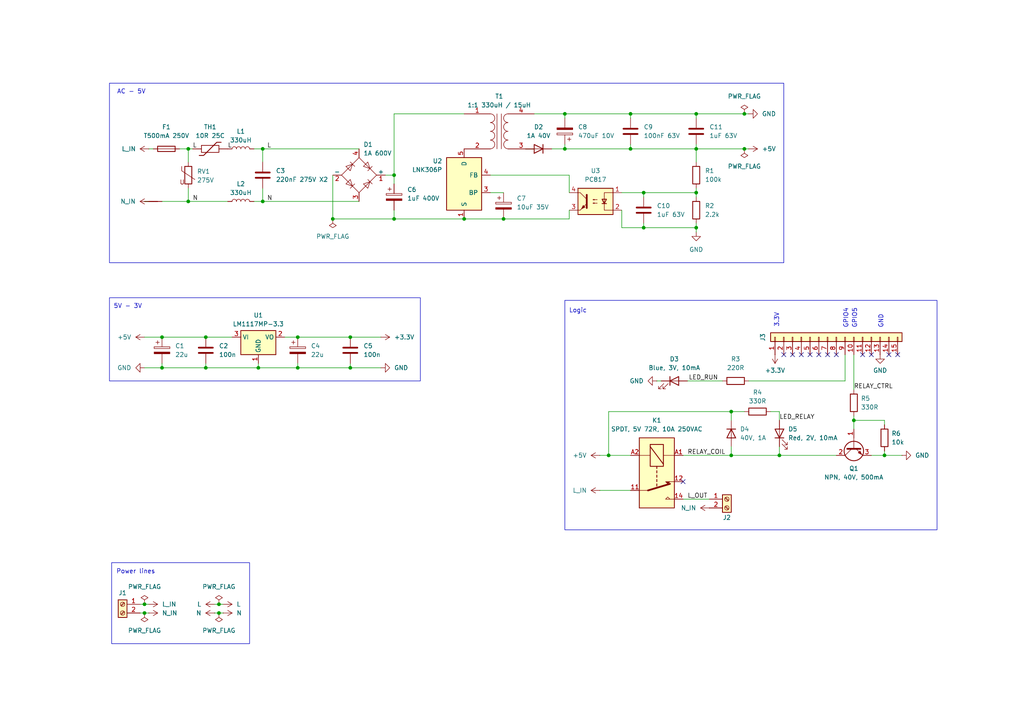
<source format=kicad_sch>
(kicad_sch (version 20250114) (generator "eeschema") (generator_version "9.0")
  (paper "A4")
  (title_block (title "ESP32-H2 smart switch") (date "2025-03-27") (rev "1") (company "SIVAKOV.TECH") (comment 1 "Nikita Sivakov"))
  (lib_symbols
    (symbol "Conn_01x15_1" (pin_names (offset 1.016) (hide yes))
      (property "Reference" "J" (at 0 20.32 0))
      (property "Value" "Conn_01x15" (at 0 -20.32 0))
      (symbol "Conn_01x15_1_1_1"
        (rectangle (start -1.27 19.05) (end 1.27 -19.05) (stroke (width 0.254)) (fill (type background)))
        (rectangle (start -1.27 17.907) (end 0 17.653) (stroke (width 0.1524)))
        (rectangle (start -1.27 15.367) (end 0 15.113) (stroke (width 0.1524)))
        (rectangle (start -1.27 12.827) (end 0 12.573) (stroke (width 0.1524)))
        (rectangle (start -1.27 10.287) (end 0 10.033) (stroke (width 0.1524)))
        (rectangle (start -1.27 7.747) (end 0 7.493) (stroke (width 0.1524)))
        (rectangle (start -1.27 5.207) (end 0 4.953) (stroke (width 0.1524)))
        (rectangle (start -1.27 2.667) (end 0 2.413) (stroke (width 0.1524)))
        (rectangle (start -1.27 0.127) (end 0 -0.127) (stroke (width 0.1524)))
        (rectangle (start -1.27 -2.413) (end 0 -2.667) (stroke (width 0.1524)))
        (rectangle (start -1.27 -4.953) (end 0 -5.207) (stroke (width 0.1524)))
        (rectangle (start -1.27 -7.493) (end 0 -7.747) (stroke (width 0.1524)))
        (rectangle (start -1.27 -10.033) (end 0 -10.287) (stroke (width 0.1524)))
        (rectangle (start -1.27 -12.573) (end 0 -12.827) (stroke (width 0.1524)))
        (rectangle (start -1.27 -15.113) (end 0 -15.367) (stroke (width 0.1524)))
        (rectangle (start -1.27 -17.653) (end 0 -17.907) (stroke (width 0.1524)))
        (pin passive line (at -5.08 17.78 0) (length 3.81) (name "Pin_1") (number "1"))
        (pin passive line (at -5.08 15.24 0) (length 3.81) (name "Pin_2") (number "2"))
        (pin passive line (at -5.08 12.7 0) (length 3.81) (name "Pin_3") (number "3"))
        (pin passive line (at -5.08 10.16 0) (length 3.81) (name "Pin_4") (number "4"))
        (pin passive line (at -5.08 7.62 0) (length 3.81) (name "Pin_5") (number "5"))
        (pin passive line (at -5.08 5.08 0) (length 3.81) (name "Pin_6") (number "6"))
        (pin passive line (at -5.08 2.54 0) (length 3.81) (name "Pin_7") (number "7"))
        (pin passive line (at -5.08 0 0) (length 3.81) (name "Pin_8") (number "8"))
        (pin passive line (at -5.08 -2.54 0) (length 3.81) (name "Pin_9") (number "9"))
        (pin passive line (at -5.08 -5.08 0) (length 3.81) (name "Pin_10") (number "10"))
        (pin passive line (at -5.08 -7.62 0) (length 3.81) (name "Pin_11") (number "11"))
        (pin passive line (at -5.08 -10.16 0) (length 3.81) (name "Pin_12") (number "12"))
        (pin passive line (at -5.08 -12.7 0) (length 3.81) (name "Pin_13") (number "13"))
        (pin passive line (at -5.08 -15.24 0) (length 3.81) (name "Pin_14") (number "14"))
        (pin passive line (at -5.08 -17.78 0) (length 3.81) (name "Pin_15") (number "15"))
      )
    )
    (symbol "Device:C" (pin_numbers (hide yes)) (pin_names (offset 0.254))
      (property "Reference" "C" (at 0.635 2.54 0))
      (property "Value" "C" (at 0.635 -2.54 0))
      (symbol "C_0_1"
        (polyline (pts (xy -2.032 0.762) (xy 2.032 0.762)) (stroke (width 0.508)))
        (polyline (pts (xy -2.032 -0.762) (xy 2.032 -0.762)) (stroke (width 0.508)))
      )
      (symbol "C_1_1"
        (pin passive line (at 0 3.81 270) (length 2.794) (name "~") (number "1"))
        (pin passive line (at 0 -3.81 90) (length 2.794) (name "~") (number "2"))
      )
    )
    (symbol "Device:C_Polarized" (pin_numbers (hide yes)) (pin_names (offset 0.254))
      (property "Reference" "C" (at 0.635 2.54 0))
      (property "Value" "C_Polarized" (at 0.635 -2.54 0))
      (symbol "C_Polarized_0_1"
        (rectangle (start -2.286 0.508) (end 2.286 1.016))
        (polyline (pts (xy -1.778 2.286) (xy -0.762 2.286)))
        (polyline (pts (xy -1.27 2.794) (xy -1.27 1.778)))
        (rectangle (start 2.286 -0.508) (end -2.286 -1.016) (fill (type outline)))
      )
      (symbol "C_Polarized_1_1"
        (pin passive line (at 0 3.81 270) (length 2.794) (name "~") (number "1"))
        (pin passive line (at 0 -3.81 90) (length 2.794) (name "~") (number "2"))
      )
    )
    (symbol "Device:D" (pin_numbers (hide yes)) (pin_names (offset 1.016) (hide yes))
      (property "Reference" "D" (at 0 2.54 0))
      (property "Value" "D" (at 0 -2.54 0))
      (symbol "D_0_1"
        (polyline (pts (xy -1.27 1.27) (xy -1.27 -1.27)) (stroke (width 0.254)))
        (polyline (pts (xy 1.27 1.27) (xy 1.27 -1.27) (xy -1.27 0) (xy 1.27 1.27)) (stroke (width 0.254)))
        (polyline (pts (xy 1.27 0) (xy -1.27 0)))
      )
      (symbol "D_1_1"
        (pin passive line (at -3.81 0 0) (length 2.54) (name "K") (number "1"))
        (pin passive line (at 3.81 0 180) (length 2.54) (name "A") (number "2"))
      )
    )
    (symbol "Device:Fuse" (pin_numbers (hide yes)) (pin_names (offset 0))
      (property "Reference" "F" (at 2.032 0 90))
      (property "Value" "Fuse" (at -1.905 0 90))
      (symbol "Fuse_0_1"
        (rectangle (start -0.762 -2.54) (end 0.762 2.54) (stroke (width 0.254)))
        (polyline (pts (xy 0 2.54) (xy 0 -2.54)))
      )
      (symbol "Fuse_1_1"
        (pin passive line (at 0 3.81 270) (length 1.27) (name "~") (number "1"))
        (pin passive line (at 0 -3.81 90) (length 1.27) (name "~") (number "2"))
      )
    )
    (symbol "Device:L" (pin_numbers (hide yes)) (pin_names (offset 1.016) (hide yes))
      (property "Reference" "L" (at -1.27 0 90))
      (property "Value" "L" (at 1.905 0 90))
      (symbol "L_0_1"
        (arc (start 0 2.54) (mid 0.6323 1.905) (end 0 1.27))
        (arc (start 0 1.27) (mid 0.6323 0.635) (end 0 0))
        (arc (start 0 0) (mid 0.6323 -0.635) (end 0 -1.27))
        (arc (start 0 -1.27) (mid 0.6323 -1.905) (end 0 -2.54))
      )
      (symbol "L_1_1"
        (pin passive line (at 0 3.81 270) (length 1.27) (name "1") (number "1"))
        (pin passive line (at 0 -3.81 90) (length 1.27) (name "2") (number "2"))
      )
    )
    (symbol "Device:LED" (pin_numbers (hide yes)) (pin_names (offset 1.016) (hide yes))
      (property "Reference" "D" (at 0 2.54 0))
      (property "Value" "LED" (at 0 -2.54 0))
      (symbol "LED_0_1"
        (polyline (pts (xy -3.048 -0.762) (xy -4.572 -2.286) (xy -3.81 -2.286) (xy -4.572 -2.286) (xy -4.572 -1.524)))
        (polyline (pts (xy -1.778 -0.762) (xy -3.302 -2.286) (xy -2.54 -2.286) (xy -3.302 -2.286) (xy -3.302 -1.524)))
        (polyline (pts (xy -1.27 0) (xy 1.27 0)))
        (polyline (pts (xy -1.27 -1.27) (xy -1.27 1.27)) (stroke (width 0.254)))
        (polyline (pts (xy 1.27 -1.27) (xy 1.27 1.27) (xy -1.27 0) (xy 1.27 -1.27)) (stroke (width 0.254)))
      )
      (symbol "LED_1_1"
        (pin passive line (at -3.81 0 0) (length 2.54) (name "K") (number "1"))
        (pin passive line (at 3.81 0 180) (length 2.54) (name "A") (number "2"))
      )
    )
    (symbol "Device:NetTie_2" (pin_numbers (hide yes)) (pin_names (offset 0) (hide yes)) (in_bom no)
      (property "Reference" "NT" (at 0 1.27 0))
      (property "Value" "NetTie_2" (at 0 -1.27 0))
      (symbol "NetTie_2_0_1"
        (polyline (pts (xy -1.27 0) (xy 1.27 0)) (stroke (width 0.254)))
      )
      (symbol "NetTie_2_1_1"
        (pin passive line (at -2.54 0 0) (length 2.54) (name "1") (number "1"))
        (pin passive line (at 2.54 0 180) (length 2.54) (name "2") (number "2"))
      )
    )
    (symbol "Device:R" (pin_numbers (hide yes)) (pin_names (offset 0))
      (property "Reference" "R" (at 2.032 0 90))
      (property "Value" "R" (at 0 0 90))
      (symbol "R_0_1"
        (rectangle (start -1.016 -2.54) (end 1.016 2.54) (stroke (width 0.254)))
      )
      (symbol "R_1_1"
        (pin passive line (at 0 3.81 270) (length 1.27) (name "~") (number "1"))
        (pin passive line (at 0 -3.81 90) (length 1.27) (name "~") (number "2"))
      )
    )
    (symbol "Device:Thermistor" (pin_numbers (hide yes)) (pin_names (offset 0))
      (property "Reference" "TH" (at 2.54 1.27 90))
      (property "Value" "Thermistor" (at -2.54 0 90))
      (symbol "Thermistor_0_1"
        (polyline (pts (xy -1.905 3.175) (xy -1.905 1.905) (xy 1.905 -1.905) (xy 1.905 -3.175) (xy 1.905 -3.175)) (stroke (width 0.254)))
        (rectangle (start -1.016 2.54) (end 1.016 -2.54) (stroke (width 0.2032)))
      )
      (symbol "Thermistor_1_1"
        (pin passive line (at 0 5.08 270) (length 2.54) (name "~") (number "1"))
        (pin passive line (at 0 -5.08 90) (length 2.54) (name "~") (number "2"))
      )
    )
    (symbol "Device:Transformer_1P_1S" (pin_names (offset 1.016) (hide yes))
      (property "Reference" "T" (at 0 6.35 0))
      (property "Value" "Transformer_1P_1S" (at 0 -7.62 0))
      (symbol "Transformer_1P_1S_0_1"
        (arc (start -1.27 3.81) (mid -1.656 2.9336) (end -2.54 2.5654))
        (arc (start -1.27 1.27) (mid -1.656 0.3936) (end -2.54 0.0254))
        (arc (start -1.27 -1.27) (mid -1.656 -2.1464) (end -2.54 -2.5146))
        (arc (start -1.27 -3.81) (mid -1.656 -4.6864) (end -2.54 -5.0546))
        (arc (start -2.54 5.08) (mid -1.642 4.708) (end -1.27 3.81))
        (arc (start -2.54 2.54) (mid -1.642 2.168) (end -1.27 1.27))
        (arc (start -2.54 0) (mid -1.642 -0.372) (end -1.27 -1.27))
        (arc (start -2.54 -2.54) (mid -1.642 -2.912) (end -1.27 -3.81))
        (polyline (pts (xy -0.635 5.08) (xy -0.635 -5.08)))
        (polyline (pts (xy 0.635 -5.08) (xy 0.635 5.08)))
        (arc (start 1.2954 3.81) (mid 1.6457 4.7117) (end 2.54 5.08))
        (arc (start 1.2954 1.27) (mid 1.6457 2.1717) (end 2.54 2.54))
        (arc (start 1.2954 -1.27) (mid 1.6457 -0.3683) (end 2.54 0))
        (arc (start 2.54 2.5654) (mid 1.6599 2.9299) (end 1.2954 3.81))
        (arc (start 2.54 0.0254) (mid 1.6599 0.3899) (end 1.2954 1.27))
        (arc (start 2.54 -2.5146) (mid 1.6599 -2.1501) (end 1.2954 -1.27))
        (arc (start 1.3208 -3.81) (mid 1.6711 -2.9085) (end 2.5654 -2.54))
        (arc (start 2.5654 -5.0546) (mid 1.6851 -4.6902) (end 1.3208 -3.81))
      )
      (symbol "Transformer_1P_1S_1_1"
        (pin passive line (at -10.16 5.08 0) (length 7.62) (name "AA") (number "1"))
        (pin passive line (at -10.16 -5.08 0) (length 7.62) (name "AB") (number "2"))
        (pin passive line (at 10.16 5.08 180) (length 7.62) (name "SB") (number "4"))
        (pin passive line (at 10.16 -5.08 180) (length 7.62) (name "SA") (number "3"))
      )
    )
    (symbol "Diode_Bridge:DF08M" (pin_names (offset 0))
      (property "Reference" "D" (at 2.54 6.985 0))
      (property "Value" "DF08M" (at 2.54 5.08 0))
      (symbol "DF08M_0_1"
        (polyline (pts (xy -5.08 0) (xy 0 -5.08) (xy 5.08 0) (xy 0 5.08) (xy -5.08 0)))
        (polyline (pts (xy -3.81 2.54) (xy -2.54 1.27) (xy -1.905 3.175) (xy -3.81 2.54)))
        (polyline (pts (xy -2.54 3.81) (xy -1.27 2.54)))
        (polyline (pts (xy -2.54 -1.27) (xy -3.81 -2.54) (xy -1.905 -3.175) (xy -2.54 -1.27)))
        (polyline (pts (xy -1.27 -2.54) (xy -2.54 -3.81)))
        (polyline (pts (xy 1.27 2.54) (xy 2.54 3.81) (xy 3.175 1.905) (xy 1.27 2.54)))
        (polyline (pts (xy 2.54 1.27) (xy 3.81 2.54)))
        (polyline (pts (xy 2.54 -1.27) (xy 3.81 -2.54)))
        (polyline (pts (xy 3.175 -1.905) (xy 1.27 -2.54) (xy 2.54 -3.81) (xy 3.175 -1.905)))
      )
      (symbol "DF08M_1_1"
        (pin passive line (at -7.62 0 0) (length 2.54) (name "-") (number "2"))
        (pin passive line (at 0 7.62 270) (length 2.54) (name "~") (number "4"))
        (pin passive line (at 0 -7.62 90) (length 2.54) (name "~") (number "3"))
        (pin passive line (at 7.62 0 180) (length 2.54) (name "+") (number "1"))
      )
    )
    (symbol "Isolator:PC817" (pin_names (offset 1.016))
      (property "Reference" "U" (at -5.08 5.08 0))
      (property "Value" "PC817" (at 0 5.08 0))
      (symbol "PC817_0_1"
        (rectangle (start -5.08 3.81) (end 5.08 -3.81) (stroke (width 0.254)) (fill (type background)))
        (polyline (pts (xy -5.08 2.54) (xy -2.54 2.54) (xy -2.54 -0.635)))
        (polyline (pts (xy -3.175 -0.635) (xy -1.905 -0.635)) (stroke (width 0.254)))
        (polyline (pts (xy -2.54 -0.635) (xy -2.54 -2.54) (xy -5.08 -2.54)))
        (polyline (pts (xy -2.54 -0.635) (xy -3.175 0.635) (xy -1.905 0.635) (xy -2.54 -0.635)) (stroke (width 0.254)))
        (polyline (pts (xy -0.508 0.508) (xy 0.762 0.508) (xy 0.381 0.381) (xy 0.381 0.635) (xy 0.762 0.508)))
        (polyline (pts (xy -0.508 -0.508) (xy 0.762 -0.508) (xy 0.381 -0.635) (xy 0.381 -0.381) (xy 0.762 -0.508)))
        (polyline (pts (xy 2.54 1.905) (xy 2.54 -1.905) (xy 2.54 -1.905)) (stroke (width 0.508)))
        (polyline (pts (xy 2.54 0.635) (xy 4.445 2.54)))
        (polyline (pts (xy 3.048 -1.651) (xy 3.556 -1.143) (xy 4.064 -2.159) (xy 3.048 -1.651) (xy 3.048 -1.651)) (fill (type outline)))
        (polyline (pts (xy 4.445 2.54) (xy 5.08 2.54)))
        (polyline (pts (xy 4.445 -2.54) (xy 2.54 -0.635)) (fill (type outline)))
        (polyline (pts (xy 4.445 -2.54) (xy 5.08 -2.54)))
      )
      (symbol "PC817_1_1"
        (pin passive line (at -7.62 2.54 0) (length 2.54) (name "~") (number "1"))
        (pin passive line (at -7.62 -2.54 0) (length 2.54) (name "~") (number "2"))
        (pin passive line (at 7.62 2.54 180) (length 2.54) (name "~") (number "4"))
        (pin passive line (at 7.62 -2.54 180) (length 2.54) (name "~") (number "3"))
      )
    )
    (symbol "R_1" (pin_numbers (hide yes)) (pin_names (offset 0))
      (property "Reference" "R" (at 2.032 0 90))
      (property "Value" "R" (at 0 0 90))
      (symbol "R_1_0_1"
        (rectangle (start -1.016 -2.54) (end 1.016 2.54) (stroke (width 0.254)))
      )
      (symbol "R_1_1_1"
        (pin passive line (at 0 3.81 270) (length 1.27) (name "~") (number "1"))
        (pin passive line (at 0 -3.81 90) (length 1.27) (name "~") (number "2"))
      )
    )
    (symbol "Regulator_Linear:LM1117MP-3.3"
      (property "Reference" "U" (at -3.81 3.175 0))
      (property "Value" "LM1117MP-3.3" (at 0 3.175 0))
      (symbol "LM1117MP-3.3_0_1"
        (rectangle (start -5.08 -5.08) (end 5.08 1.905) (stroke (width 0.254)) (fill (type background)))
      )
      (symbol "LM1117MP-3.3_1_1"
        (pin power_in line (at -7.62 0 0) (length 2.54) (name "VI") (number "3"))
        (pin power_in line (at 0 -7.62 90) (length 2.54) (name "GND") (number "1"))
        (pin power_out line (at 7.62 0 180) (length 2.54) (name "VO") (number "2"))
      )
    )
    (symbol "Regulator_Switching:LNK306P" (pin_names (offset 1.016))
      (property "Reference" "U" (at 0 -6.35 0))
      (property "Value" "LNK306P" (at 0 -8.89 0))
      (symbol "LNK306P_0_1"
        (rectangle (start -7.62 5.08) (end 7.62 -5.08) (stroke (width 0.254)) (fill (type background)))
      )
      (symbol "LNK306P_1_1"
        (pin open_collector line (at -10.16 0 0) (length 2.54) (name "D") (number "5"))
        (pin input line (at -2.54 7.62 270) (length 2.54) (name "FB") (number "4"))
        (pin input line (at 2.54 7.62 270) (length 2.54) (name "BP") (number "3"))
        (pin power_in line (at 10.16 0 180) (length 2.54) (name "S") (number "1"))
        (pin passive line (at 10.16 0 180) (length 2.54) (hide yes) (name "S") (number "2"))
        (pin passive line (at 10.16 0 180) (length 2.54) (hide yes) (name "S") (number "7"))
        (pin passive line (at 10.16 0 180) (length 2.54) (hide yes) (name "S") (number "8"))
      )
    )
    (symbol "Relay:Relay_SPDT"
      (property "Reference" "K" (at 11.43 3.81 0))
      (property "Value" "Relay_SPDT" (at 11.43 1.27 0))
      (symbol "Relay_SPDT_0_0"
        (polyline (pts (xy 7.62 5.08) (xy 7.62 2.54) (xy 6.985 3.175) (xy 7.62 3.81)))
      )
      (symbol "Relay_SPDT_0_1"
        (rectangle (start -10.16 5.08) (end 10.16 -5.08) (stroke (width 0.254)) (fill (type background)))
        (rectangle (start -8.255 1.905) (end -1.905 -1.905) (stroke (width 0.254)))
        (polyline (pts (xy -7.62 -1.905) (xy -2.54 1.905)) (stroke (width 0.254)))
        (polyline (pts (xy -5.08 5.08) (xy -5.08 1.905)))
        (polyline (pts (xy -5.08 -5.08) (xy -5.08 -1.905)))
        (polyline (pts (xy -1.905 0) (xy -1.27 0)) (stroke (width 0.254)))
        (polyline (pts (xy -0.635 0) (xy 0 0)) (stroke (width 0.254)))
        (polyline (pts (xy 0.635 0) (xy 1.27 0)) (stroke (width 0.254)))
        (polyline (pts (xy 1.905 0) (xy 2.54 0)) (stroke (width 0.254)))
        (polyline (pts (xy 2.54 5.08) (xy 2.54 2.54) (xy 3.175 3.175) (xy 2.54 3.81)) (fill (type outline)))
        (polyline (pts (xy 3.175 0) (xy 3.81 0)) (stroke (width 0.254)))
        (polyline (pts (xy 5.08 -2.54) (xy 3.175 3.81)) (stroke (width 0.508)))
        (polyline (pts (xy 5.08 -2.54) (xy 5.08 -5.08)))
      )
      (symbol "Relay_SPDT_1_1"
        (pin passive line (at -5.08 7.62 270) (length 2.54) (name "~") (number "A1"))
        (pin passive line (at -5.08 -7.62 90) (length 2.54) (name "~") (number "A2"))
        (pin passive line (at 2.54 7.62 270) (length 2.54) (name "~") (number "12"))
        (pin passive line (at 5.08 -7.62 90) (length 2.54) (name "~") (number "11"))
        (pin passive line (at 7.62 7.62 270) (length 2.54) (name "~") (number "14"))
      )
    )
    (symbol "Screw_Terminal_01x02_1" (pin_names (offset 1.016) (hide yes))
      (property "Reference" "J" (at 0 2.54 0))
      (property "Value" "Screw_Terminal_01x02" (at 0 -5.08 0))
      (symbol "Screw_Terminal_01x02_1_1_1"
        (rectangle (start -1.27 1.27) (end 1.27 -3.81) (stroke (width 0.254)) (fill (type background)))
        (polyline (pts (xy -0.5334 0.3302) (xy 0.3302 -0.508)) (stroke (width 0.1524)))
        (polyline (pts (xy -0.5334 -2.2098) (xy 0.3302 -3.048)) (stroke (width 0.1524)))
        (polyline (pts (xy -0.3556 0.508) (xy 0.508 -0.3302)) (stroke (width 0.1524)))
        (polyline (pts (xy -0.3556 -2.032) (xy 0.508 -2.8702)) (stroke (width 0.1524)))
        (circle (center 0 0) (radius 0.635) (stroke (width 0.1524)))
        (circle (center 0 -2.54) (radius 0.635) (stroke (width 0.1524)))
        (pin passive line (at -5.08 0 0) (length 3.81) (name "Pin_1") (number "1"))
        (pin passive line (at -5.08 -2.54 0) (length 3.81) (name "Pin_2") (number "2"))
      )
    )
    (symbol "Screw_Terminal_01x02_2" (pin_names (offset 1.016) (hide yes))
      (property "Reference" "J" (at 0 2.54 0))
      (property "Value" "Screw_Terminal_01x02" (at 0 -5.08 0))
      (symbol "Screw_Terminal_01x02_2_1_1"
        (rectangle (start -1.27 1.27) (end 1.27 -3.81) (stroke (width 0.254)) (fill (type background)))
        (polyline (pts (xy -0.5334 0.3302) (xy 0.3302 -0.508)) (stroke (width 0.1524)))
        (polyline (pts (xy -0.5334 -2.2098) (xy 0.3302 -3.048)) (stroke (width 0.1524)))
        (polyline (pts (xy -0.3556 0.508) (xy 0.508 -0.3302)) (stroke (width 0.1524)))
        (polyline (pts (xy -0.3556 -2.032) (xy 0.508 -2.8702)) (stroke (width 0.1524)))
        (circle (center 0 0) (radius 0.635) (stroke (width 0.1524)))
        (circle (center 0 -2.54) (radius 0.635) (stroke (width 0.1524)))
        (pin passive line (at -5.08 0 0) (length 3.81) (name "Pin_1") (number "1"))
        (pin passive line (at -5.08 -2.54 0) (length 3.81) (name "Pin_2") (number "2"))
      )
    )
    (symbol "Transistor_BJT:Q_NPN_BCE" (pin_names (offset 0) (hide yes))
      (property "Reference" "Q" (at 5.08 1.27 0))
      (property "Value" "Q_NPN_BCE" (at 5.08 -1.27 0))
      (symbol "Q_NPN_BCE_0_1"
        (polyline (pts (xy -2.54 0) (xy 0.635 0)))
        (polyline (pts (xy 0.635 1.905) (xy 0.635 -1.905)) (stroke (width 0.508)))
        (circle (center 1.27 0) (radius 2.8194) (stroke (width 0.254)))
      )
      (symbol "Q_NPN_BCE_1_1"
        (polyline (pts (xy 0.635 0.635) (xy 2.54 2.54)))
        (polyline (pts (xy 0.635 -0.635) (xy 2.54 -2.54)))
        (polyline (pts (xy 1.27 -1.778) (xy 1.778 -1.27) (xy 2.286 -2.286) (xy 1.27 -1.778)) (fill (type outline)))
        (pin input line (at -5.08 0 0) (length 2.54) (name "B") (number "1"))
        (pin passive line (at 2.54 5.08 270) (length 2.54) (name "C") (number "2"))
        (pin passive line (at 2.54 -5.08 90) (length 2.54) (name "E") (number "3"))
      )
    )
    (symbol "Varistor_1" (pin_numbers (hide yes)) (pin_names (offset 0))
      (property "Reference" "RV" (at 3.175 0 90))
      (property "Value" "Varistor" (at -3.175 0 90))
      (symbol "Varistor_1_0_0"
        (text "U" (at -1.778 -2.032 0) (effects (font (size 1.27 1.27))))
      )
      (symbol "Varistor_1_0_1"
        (polyline (pts (xy -1.905 2.54) (xy -1.905 1.27) (xy 1.905 -1.27)))
        (rectangle (start -1.016 -2.54) (end 1.016 2.54) (stroke (width 0.254)))
      )
      (symbol "Varistor_1_1_1"
        (pin passive line (at 0 3.81 270) (length 1.27) (name "~") (number "1"))
        (pin passive line (at 0 -3.81 90) (length 1.27) (name "~") (number "2"))
      )
    )
    (symbol "power:+3.3V" (power) (pin_numbers (hide yes)) (pin_names (offset 0) (hide yes))
      (property "Value" "+3.3V" (at 0 3.556 0))
      (symbol "+3.3V_0_1"
        (polyline (pts (xy -0.762 1.27) (xy 0 2.54)))
        (polyline (pts (xy 0 2.54) (xy 0.762 1.27)))
        (polyline (pts (xy 0 0) (xy 0 2.54)))
      )
      (symbol "+3.3V_1_1"
        (pin power_in line (at 0 0 90) (length 0) (name "~") (number "1"))
      )
    )
    (symbol "power:+5V" (power) (pin_numbers (hide yes)) (pin_names (offset 0) (hide yes))
      (property "Value" "+5V" (at 0 3.556 0))
      (symbol "+5V_0_1"
        (polyline (pts (xy -0.762 1.27) (xy 0 2.54)))
        (polyline (pts (xy 0 2.54) (xy 0.762 1.27)))
        (polyline (pts (xy 0 0) (xy 0 2.54)))
      )
      (symbol "+5V_1_1"
        (pin power_in line (at 0 0 90) (length 0) (name "~") (number "1"))
      )
    )
    (symbol "power:GND" (power) (pin_numbers (hide yes)) (pin_names (offset 0) (hide yes))
      (property "Value" "GND" (at 0 -3.81 0))
      (symbol "GND_0_1"
        (polyline (pts (xy 0 0) (xy 0 -1.27) (xy 1.27 -1.27) (xy 0 -2.54) (xy -1.27 -1.27) (xy 0 -1.27)))
      )
      (symbol "GND_1_1"
        (pin power_in line (at 0 0 270) (length 0) (name "~") (number "1"))
      )
    )
    (symbol "power:PWR_FLAG" (power) (pin_numbers (hide yes)) (pin_names (offset 0) (hide yes))
      (property "Value" "PWR_FLAG" (at 0 3.81 0))
      (symbol "PWR_FLAG_0_0"
        (pin power_out line (at 0 0 90) (length 0) (name "~") (number "1"))
      )
      (symbol "PWR_FLAG_0_1"
        (polyline (pts (xy 0 0) (xy 0 1.27) (xy -1.016 1.905) (xy 0 2.54) (xy 1.016 1.905) (xy 0 1.27)))
      )
    )
  )
  (rectangle (start 163.83 87.122) (end 271.78 153.67))
  (rectangle (start 32.385 163.195) (end 72.39 186.69))
  (rectangle (start 31.75 86.36) (end 121.92 110.49))
  (rectangle (start 31.75 24.13) (end 227.33 76.2))
  (text "5V - 3V" (at 37.084 88.9 0) (effects (font (size 1.27 1.27))))
  (text "Power lines" (at 39.37 165.862 0) (effects (font (size 1.27 1.27))))
  (text "GPIO4" (at 245.364 95.25 90) (effects (font (size 1.27 1.27)) (justify left)))
  (text "3.3V" (at 225.298 94.996 90) (effects (font (size 1.27 1.27)) (justify left)))
  (text "GPIO5" (at 247.904 95.25 90) (effects (font (size 1.27 1.27)) (justify left)))
  (text "GND" (at 255.524 95.25 90) (effects (font (size 1.27 1.27)) (justify left)))
  (text "AC - 5V" (at 38.1 26.67 0) (effects (font (size 1.27 1.27))))
  (text "Logic" (at 167.64 90.17 0) (effects (font (size 1.27 1.27))))
  (junction (at 215.9 33.02))
  (junction (at 201.93 33.02))
  (junction (at 182.88 43.18))
  (junction (at 212.09 132.08))
  (junction (at 101.6 97.79))
  (junction (at 256.54 132.08))
  (junction (at 63.5 175.26))
  (junction (at 201.93 55.88))
  (junction (at 163.83 33.02))
  (junction (at 146.05 63.5))
  (junction (at 74.93 106.68))
  (junction (at 176.53 132.08))
  (junction (at 54.61 43.18))
  (junction (at 114.3 63.5))
  (junction (at 182.88 33.02))
  (junction (at 54.61 58.42))
  (junction (at 134.62 63.5))
  (junction (at 46.99 97.79))
  (junction (at 59.69 97.79))
  (junction (at 41.91 177.8))
  (junction (at 114.3 50.8))
  (junction (at 215.9 43.18))
  (junction (at 41.91 175.26))
  (junction (at 96.52 63.5))
  (junction (at 186.69 66.04))
  (junction (at 86.36 97.79))
  (junction (at 212.09 119.38))
  (junction (at 247.65 121.92))
  (junction (at 86.36 106.68))
  (junction (at 63.5 177.8))
  (junction (at 163.83 43.18))
  (junction (at 186.69 55.88))
  (junction (at 226.06 132.08))
  (junction (at 76.2 43.18))
  (junction (at 59.69 106.68))
  (junction (at 201.93 43.18))
  (junction (at 101.6 106.68))
  (junction (at 76.2 58.42))
  (junction (at 201.93 66.04))
  (junction (at 46.99 106.68))
  (no_connect (at 240.03 102.87))
  (no_connect (at 257.81 102.87))
  (no_connect (at 252.73 102.87))
  (no_connect (at 234.95 102.87))
  (no_connect (at 237.49 102.87))
  (no_connect (at 227.33 102.87))
  (no_connect (at 232.41 102.87))
  (no_connect (at 229.87 102.87))
  (no_connect (at 242.57 102.87))
  (no_connect (at 250.19 102.87))
  (no_connect (at 260.35 102.87))
  (no_connect (at 198.12 139.7))
  (wire (pts (xy 212.09 132.08) (xy 226.06 132.08)))
  (wire (pts (xy 186.69 64.77) (xy 186.69 66.04)))
  (wire (pts (xy 226.06 119.38) (xy 226.06 121.92)))
  (wire (pts (xy 74.93 106.68) (xy 74.93 105.41)))
  (wire (pts (xy 86.36 106.68) (xy 101.6 106.68)))
  (wire (pts (xy 201.93 43.18) (xy 201.93 46.99)))
  (wire (pts (xy 190.5 110.49) (xy 191.77 110.49)))
  (wire (pts (xy 44.45 43.18) (xy 43.18 43.18)))
  (wire (pts (xy 76.2 54.61) (xy 76.2 58.42)))
  (wire (pts (xy 63.5 177.8) (xy 64.77 177.8)))
  (wire (pts (xy 201.93 33.02) (xy 201.93 34.29)))
  (wire (pts (xy 201.93 66.04) (xy 201.93 67.31)))
  (wire (pts (xy 176.53 119.38) (xy 212.09 119.38)))
  (wire (pts (xy 182.88 43.18) (xy 201.93 43.18)))
  (wire (pts (xy 101.6 106.68) (xy 101.6 105.41)))
  (wire (pts (xy 256.54 121.92) (xy 256.54 123.19)))
  (wire (pts (xy 247.65 121.92) (xy 256.54 121.92)))
  (wire (pts (xy 245.11 110.49) (xy 245.11 102.87)))
  (wire (pts (xy 252.73 132.08) (xy 256.54 132.08)))
  (wire (pts (xy 198.12 132.08) (xy 212.09 132.08)))
  (wire (pts (xy 43.18 175.26) (xy 41.91 175.26)))
  (wire (pts (xy 76.2 43.18) (xy 76.2 46.99)))
  (wire (pts (xy 54.61 54.61) (xy 54.61 58.42)))
  (wire (pts (xy 186.69 55.88) (xy 201.93 55.88)))
  (wire (pts (xy 46.99 106.68) (xy 46.99 105.41)))
  (wire (pts (xy 163.83 41.91) (xy 163.83 43.18)))
  (wire (pts (xy 217.17 110.49) (xy 245.11 110.49)))
  (wire (pts (xy 182.88 33.02) (xy 201.93 33.02)))
  (wire (pts (xy 82.55 97.79) (xy 86.36 97.79)))
  (wire (pts (xy 201.93 55.88) (xy 201.93 57.15)))
  (wire (pts (xy 163.83 43.18) (xy 182.88 43.18)))
  (wire (pts (xy 212.09 119.38) (xy 215.9 119.38)))
  (wire (pts (xy 134.62 33.02) (xy 114.3 33.02)))
  (wire (pts (xy 76.2 58.42) (xy 104.14 58.42)))
  (wire (pts (xy 226.06 132.08) (xy 242.57 132.08)))
  (wire (pts (xy 96.52 63.5) (xy 114.3 63.5)))
  (wire (pts (xy 59.69 97.79) (xy 67.31 97.79)))
  (wire (pts (xy 73.66 43.18) (xy 76.2 43.18)))
  (wire (pts (xy 86.36 97.79) (xy 101.6 97.79)))
  (wire (pts (xy 76.2 43.18) (xy 104.14 43.18)))
  (wire (pts (xy 165.1 63.5) (xy 165.1 60.96)))
  (wire (pts (xy 59.69 106.68) (xy 74.93 106.68)))
  (wire (pts (xy 41.91 97.79) (xy 46.99 97.79)))
  (wire (pts (xy 114.3 33.02) (xy 114.3 50.8)))
  (wire (pts (xy 146.05 63.5) (xy 165.1 63.5)))
  (wire (pts (xy 142.24 55.88) (xy 146.05 55.88)))
  (wire (pts (xy 114.3 63.5) (xy 134.62 63.5)))
  (wire (pts (xy 111.76 50.8) (xy 114.3 50.8)))
  (wire (pts (xy 163.83 33.02) (xy 182.88 33.02)))
  (wire (pts (xy 182.88 41.91) (xy 182.88 43.18)))
  (wire (pts (xy 62.23 177.8) (xy 63.5 177.8)))
  (wire (pts (xy 201.93 41.91) (xy 201.93 43.18)))
  (wire (pts (xy 198.12 144.78) (xy 205.74 144.78)))
  (wire (pts (xy 54.61 58.42) (xy 66.04 58.42)))
  (wire (pts (xy 46.99 97.79) (xy 59.69 97.79)))
  (wire (pts (xy 54.61 43.18) (xy 55.88 43.18)))
  (wire (pts (xy 63.5 175.26) (xy 64.77 175.26)))
  (wire (pts (xy 152.4 43.18) (xy 154.94 43.18)))
  (wire (pts (xy 180.34 60.96) (xy 180.34 66.04)))
  (wire (pts (xy 201.93 33.02) (xy 215.9 33.02)))
  (wire (pts (xy 182.88 33.02) (xy 182.88 34.29)))
  (wire (pts (xy 101.6 97.79) (xy 110.49 97.79)))
  (wire (pts (xy 201.93 64.77) (xy 201.93 66.04)))
  (wire (pts (xy 43.18 177.8) (xy 41.91 177.8)))
  (wire (pts (xy 212.09 119.38) (xy 212.09 121.92)))
  (wire (pts (xy 226.06 129.54) (xy 226.06 132.08)))
  (wire (pts (xy 201.93 43.18) (xy 215.9 43.18)))
  (wire (pts (xy 215.9 33.02) (xy 217.17 33.02)))
  (wire (pts (xy 62.23 175.26) (xy 63.5 175.26)))
  (wire (pts (xy 134.62 63.5) (xy 146.05 63.5)))
  (wire (pts (xy 186.69 55.88) (xy 186.69 57.15)))
  (wire (pts (xy 160.02 43.18) (xy 163.83 43.18)))
  (wire (pts (xy 54.61 43.18) (xy 54.61 46.99)))
  (wire (pts (xy 154.94 33.02) (xy 163.83 33.02)))
  (wire (pts (xy 46.99 106.68) (xy 59.69 106.68)))
  (wire (pts (xy 247.65 120.65) (xy 247.65 121.92)))
  (wire (pts (xy 176.53 119.38) (xy 176.53 132.08)))
  (wire (pts (xy 41.91 175.26) (xy 40.64 175.26)))
  (wire (pts (xy 215.9 43.18) (xy 217.17 43.18)))
  (wire (pts (xy 114.3 63.5) (xy 114.3 60.96)))
  (wire (pts (xy 41.91 106.68) (xy 46.99 106.68)))
  (wire (pts (xy 86.36 106.68) (xy 86.36 105.41)))
  (wire (pts (xy 199.39 110.49) (xy 209.55 110.49)))
  (wire (pts (xy 247.65 102.87) (xy 247.65 113.03)))
  (wire (pts (xy 256.54 132.08) (xy 261.62 132.08)))
  (wire (pts (xy 163.83 33.02) (xy 163.83 34.29)))
  (wire (pts (xy 73.66 58.42) (xy 76.2 58.42)))
  (wire (pts (xy 247.65 121.92) (xy 247.65 124.46)))
  (wire (pts (xy 180.34 55.88) (xy 186.69 55.88)))
  (wire (pts (xy 101.6 106.68) (xy 110.49 106.68)))
  (wire (pts (xy 52.07 43.18) (xy 54.61 43.18)))
  (wire (pts (xy 223.52 119.38) (xy 226.06 119.38)))
  (wire (pts (xy 173.99 132.08) (xy 176.53 132.08)))
  (wire (pts (xy 165.1 50.8) (xy 165.1 55.88)))
  (wire (pts (xy 96.52 50.8) (xy 96.52 63.5)))
  (wire (pts (xy 256.54 130.81) (xy 256.54 132.08)))
  (wire (pts (xy 46.99 58.42) (xy 54.61 58.42)))
  (wire (pts (xy 180.34 66.04) (xy 186.69 66.04)))
  (wire (pts (xy 173.99 142.24) (xy 182.88 142.24)))
  (wire (pts (xy 142.24 50.8) (xy 165.1 50.8)))
  (wire (pts (xy 212.09 129.54) (xy 212.09 132.08)))
  (wire (pts (xy 114.3 53.34) (xy 114.3 50.8)))
  (wire (pts (xy 176.53 132.08) (xy 182.88 132.08)))
  (wire (pts (xy 186.69 66.04) (xy 201.93 66.04)))
  (wire (pts (xy 59.69 106.68) (xy 59.69 105.41)))
  (wire (pts (xy 74.93 106.68) (xy 86.36 106.68)))
  (wire (pts (xy 41.91 58.42) (xy 43.18 58.42)))
  (wire (pts (xy 41.91 177.8) (xy 40.64 177.8)))
  (wire (pts (xy 201.93 54.61) (xy 201.93 55.88)))
  (label "LED_RELAY" (at 226.06 121.92 0))
  (label "LED_RUN" (at 208.28 110.49 180))
  (label "L" (at 77.47 43.18 0))
  (label "L" (at 55.88 43.18 0))
  (label "RELAY_COIL" (at 199.39 132.08 0))
  (label "N" (at 55.88 58.42 0))
  (label "RELAY_CTRL" (at 247.65 113.03 0))
  (label "L" (at 66.04 43.18 0))
  (label "L_OUT" (at 199.39 144.78 0))
  (label "N" (at 77.47 58.42 0))
  (symbol (lib_id "Device:L") (at 69.85 43.18 90) (unit 1)
    (property "Reference" "L1" (at 69.85 38.1 90))
    (property "Value" "330uH" (at 69.85 40.64 90))
    (property "Footprint" "Inductor_THT:L_Toroid_Vertical_L24.6mm_W15.5mm_P11.44mm_Pulse_KM-4" (effects (hide yes)))
    (property "Description" "Inductor" (effects (hide yes)))
  )
  (symbol (lib_id "power:PWR_FLAG") (at 96.52 63.5 180) (unit 1)
    (property "Reference" "#FLG05" (effects (hide yes)))
    (property "Value" "PWR_FLAG" (at 96.52 68.58 0))
    (property "Description" "Special symbol for telling ERC where power comes from" (effects (hide yes)))
  )
  (symbol (lib_id "Transistor_BJT:Q_NPN_BCE") (at 247.65 129.54 90) (mirror x) (unit 1)
    (property "Reference" "Q1" (at 247.65 135.89 90))
    (property "Value" "NPN, 40V, 500mA" (at 247.65 138.43 90))
    (property "Footprint" "Package_TO_SOT_THT:TO-92_Inline_Wide" (effects (hide yes)))
    (property "Description" "NPN transistor, base/collector/emitter" (effects (hide yes)))
  )
  (symbol (lib_id "Device:C") (at 101.6 101.6 0) (unit 1)
    (property "Reference" "C5" (at 105.41 100.3299 0) (effects (justify left)))
    (property "Value" "100n" (at 105.41 102.8699 0) (effects (justify left)))
    (property "Footprint" "Capacitor_THT:C_Disc_D5.0mm_W2.5mm_P5.00mm" (effects (hide yes)))
    (property "Description" "Unpolarized capacitor" (effects (hide yes)))
  )
  (symbol (lib_id "power:GND") (at 261.62 132.08 90) (unit 1)
    (property "Reference" "#PWR022" (effects (hide yes)))
    (property "Value" "GND" (at 265.43 132.0799 90) (effects (justify right)))
    (property "Description" "Power symbol creates a global label with name \"GND\" , ground" (effects (hide yes)))
  )
  (symbol (lib_name "Screw_Terminal_01x02_1") (lib_id "Connector:Screw_Terminal_01x02") (at 210.82 144.78 0) (unit 1)
    (property "Reference" "J2" (at 210.82 150.114 0))
    (property "Value" "Screw_Terminal_01x02" (effects (hide yes)))
    (property "Footprint" "Connector_PinSocket_2.54mm:PinSocket_1x15_P2.54mm_Vertical" (effects (hide yes)))
    (property "Description" "Generic screw terminal, single row, 01x02, script generated (kicad-library-utils/schlib/autogen/connector/)" (effects (hide yes)))
  )
  (symbol (lib_id "Device:LED") (at 226.06 125.73 90) (unit 1)
    (property "Reference" "D5" (at 228.6 124.46 90) (effects (justify right)))
    (property "Value" "Red, 2V, 10mA" (at 228.6 127 90) (effects (justify right)))
    (property "Footprint" "LED_THT:LED_D3.0mm" (effects (hide yes)))
    (property "Description" "Light emitting diode" (effects (hide yes)))
    (property "Sim.Pins" "1=K 2=A" (effects (hide yes)))
  )
  (symbol (lib_id "power:+5V") (at 173.99 142.24 90) (unit 1)
    (property "Reference" "#PWR014" (effects (hide yes)))
    (property "Value" "L_IN" (at 168.148 142.24 90))
    (property "Description" "Power symbol creates a global label with name \"+5V\"" (effects (hide yes)))
  )
  (symbol (lib_id "power:PWR_FLAG") (at 41.91 175.26 0) (unit 1)
    (property "Reference" "#FLG01" (effects (hide yes)))
    (property "Value" "PWR_FLAG" (at 41.91 170.18 0))
    (property "Description" "Special symbol for telling ERC where power comes from" (effects (hide yes)))
  )
  (symbol (lib_id "power:+5V") (at 43.18 175.26 270) (unit 1)
    (property "Reference" "#PWR05" (effects (hide yes)))
    (property "Value" "L_IN" (at 46.99 175.2599 90) (effects (justify left)))
    (property "Description" "Power symbol creates a global label with name \"+5V\"" (effects (hide yes)))
  )
  (symbol (lib_id "Device:C") (at 76.2 50.8 0) (unit 1)
    (property "Reference" "C3" (at 80.01 49.5299 0) (effects (justify left)))
    (property "Value" "220nF 275V X2" (at 80.01 52.0699 0) (effects (justify left)))
    (property "Footprint" "Capacitor_THT:C_Rect_L26.5mm_W5.0mm_P22.50mm_MKS4" (effects (hide yes)))
    (property "Description" "Unpolarized capacitor" (effects (hide yes)))
  )
  (symbol (lib_id "power:GND") (at 41.91 106.68 270) (unit 1)
    (property "Reference" "#PWR02" (effects (hide yes)))
    (property "Value" "GND" (at 38.1 106.6799 90) (effects (justify right)))
    (property "Description" "Power symbol creates a global label with name \"GND\" , ground" (effects (hide yes)))
  )
  (symbol (lib_id "power:PWR_FLAG") (at 63.5 177.8 180) (unit 1)
    (property "Reference" "#FLG04" (effects (hide yes)))
    (property "Value" "PWR_FLAG" (at 63.5 182.88 0))
    (property "Description" "Special symbol for telling ERC where power comes from" (effects (hide yes)))
  )
  (symbol (lib_id "Device:NetTie_2") (at 44.45 58.42 0) (unit 1) (in_bom no)
    (property "Reference" "NT1" (effects (hide yes)))
    (property "Value" "NetTie_2" (effects (hide yes)))
    (property "Footprint" "NetTie:NetTie-2_SMD_Pad2.0mm" (effects (hide yes)))
    (property "Description" "Net tie, 2 pins" (effects (hide yes)))
  )
  (symbol (lib_id "power:+5V") (at 173.99 132.08 90) (unit 1)
    (property "Reference" "#PWR013" (effects (hide yes)))
    (property "Value" "+5V" (at 170.18 132.0799 90) (effects (justify left)))
    (property "Description" "Power symbol creates a global label with name \"+5V\"" (effects (hide yes)))
  )
  (symbol (lib_id "power:+5V") (at 62.23 177.8 90) (unit 1)
    (property "Reference" "#PWR08" (effects (hide yes)))
    (property "Value" "N" (at 58.42 177.7999 90) (effects (justify left)))
    (property "Description" "Power symbol creates a global label with name \"+5V\"" (effects (hide yes)))
  )
  (symbol (lib_id "Device:C") (at 59.69 101.6 0) (unit 1)
    (property "Reference" "C2" (at 63.5 100.3299 0) (effects (justify left)))
    (property "Value" "100n" (at 63.5 102.8699 0) (effects (justify left)))
    (property "Footprint" "Capacitor_THT:C_Disc_D5.0mm_W2.5mm_P5.00mm" (effects (hide yes)))
    (property "Description" "Unpolarized capacitor" (effects (hide yes)))
  )
  (symbol (lib_name "R_1") (lib_id "Device:R") (at 219.71 119.38 90) (unit 1)
    (property "Reference" "R4" (at 219.71 113.792 90))
    (property "Value" "330R" (at 219.71 116.332 90))
    (property "Footprint" "Resistor_THT:R_Axial_DIN0207_L6.3mm_D2.5mm_P7.62mm_Horizontal" (effects (hide yes)))
    (property "Description" "Resistor" (effects (hide yes)))
  )
  (symbol (lib_id "Device:D") (at 212.09 125.73 270) (unit 1)
    (property "Reference" "D4" (at 214.63 124.4599 90) (effects (justify left)))
    (property "Value" "40V, 1A" (at 214.63 126.9999 90) (effects (justify left)))
    (property "Footprint" "Diode_THT:D_DO-41_SOD81_P10.16mm_Horizontal" (effects (hide yes)))
    (property "Description" "Diode" (effects (hide yes)))
    (property "Sim.Device" "D" (effects (hide yes)))
    (property "Sim.Pins" "1=K 2=A" (effects (hide yes)))
  )
  (symbol (lib_id "power:+3.3V") (at 110.49 97.79 270) (unit 1)
    (property "Reference" "#PWR011" (effects (hide yes)))
    (property "Value" "+3.3V" (at 114.3 97.7899 90) (effects (justify left)))
    (property "Description" "Power symbol creates a global label with name \"+3.3V\"" (effects (hide yes)))
  )
  (symbol (lib_id "power:GND") (at 217.17 33.02 90) (unit 1)
    (property "Reference" "#PWR018" (effects (hide yes)))
    (property "Value" "GND" (at 220.98 33.0199 90) (effects (justify right)))
    (property "Description" "Power symbol creates a global label with name \"GND\" , ground" (effects (hide yes)))
  )
  (symbol (lib_id "power:+5V") (at 224.79 102.87 180) (unit 1)
    (property "Reference" "#PWR020" (effects (hide yes)))
    (property "Value" "+3.3V" (at 224.79 107.442 0))
    (property "Description" "Power symbol creates a global label with name \"+5V\"" (effects (hide yes)))
  )
  (symbol (lib_name "R_1") (lib_id "Device:R") (at 213.36 110.49 90) (unit 1)
    (property "Reference" "R3" (at 213.36 104.14 90))
    (property "Value" "220R" (at 213.36 106.68 90))
    (property "Footprint" "Resistor_THT:R_Axial_DIN0207_L6.3mm_D2.5mm_P7.62mm_Horizontal" (effects (hide yes)))
    (property "Description" "Resistor" (effects (hide yes)))
  )
  (symbol (lib_id "Relay:Relay_SPDT") (at 190.5 137.16 270) (unit 1)
    (property "Reference" "K1" (at 190.5 121.92 90))
    (property "Value" "SPDT, 5V 72R, 10A 250VAC" (at 190.5 124.46 90))
    (property "Footprint" "KiCadX_Relays_THT:Relay_SPDT_Relpol-RM51" (effects (hide yes)))
    (property "Description" "Relay SPDT, monostable, EN50005" (effects (hide yes)))
  )
  (symbol (lib_id "Device:LED") (at 195.58 110.49 0) (unit 1)
    (property "Reference" "D3" (at 195.58 104.14 0))
    (property "Value" "Blue, 3V, 10mA" (at 195.58 106.68 0))
    (property "Footprint" "LED_THT:LED_D3.0mm" (effects (hide yes)))
    (property "Description" "Light emitting diode" (effects (hide yes)))
    (property "Sim.Pins" "1=K 2=A" (effects (hide yes)))
  )
  (symbol (lib_id "Device:C") (at 201.93 38.1 0) (unit 1)
    (property "Reference" "C11" (at 205.74 36.8299 0) (effects (justify left)))
    (property "Value" "1uF 63V" (at 205.74 39.3699 0) (effects (justify left)))
    (property "Footprint" "Capacitor_THT:C_Disc_D4.3mm_W1.9mm_P5.00mm" (effects (hide yes)))
    (property "Description" "Unpolarized capacitor" (effects (hide yes)))
  )
  (symbol (lib_id "Device:D") (at 156.21 43.18 180) (unit 1)
    (property "Reference" "D2" (at 156.21 36.83 0))
    (property "Value" "1A 40V" (at 156.21 39.37 0))
    (property "Footprint" "Diode_THT:D_DO-41_SOD81_P10.16mm_Horizontal" (effects (hide yes)))
    (property "Description" "Diode" (effects (hide yes)))
    (property "Sim.Device" "D" (effects (hide yes)))
    (property "Sim.Pins" "1=K 2=A" (effects (hide yes)))
  )
  (symbol (lib_id "Regulator_Linear:LM1117MP-3.3") (at 74.93 97.79 0) (unit 1)
    (property "Reference" "U1" (at 74.93 91.44 0))
    (property "Value" "LM1117MP-3.3" (at 74.93 93.98 0))
    (property "Footprint" "Package_TO_SOT_SMD:SOT-223-3_TabPin2" (effects (hide yes)))
    (property "Datasheet" "http://www.ti.com/lit/ds/symlink/lm1117.pdf" (effects (hide yes)))
    (property "Description" "800mA Low-Dropout Linear Regulator, 3.3V fixed output, SOT-223" (effects (hide yes)))
  )
  (symbol (lib_id "power:+5V") (at 62.23 175.26 90) (unit 1)
    (property "Reference" "#PWR07" (effects (hide yes)))
    (property "Value" "L" (at 58.42 175.2599 90) (effects (justify left)))
    (property "Description" "Power symbol creates a global label with name \"+5V\"" (effects (hide yes)))
  )
  (symbol (lib_id "Device:C_Polarized") (at 86.36 101.6 0) (unit 1)
    (property "Reference" "C4" (at 90.17 100.33 0) (effects (justify left)))
    (property "Value" "22u" (at 90.17 102.87 0) (effects (justify left)))
    (property "Footprint" "KiCadX_Capacitors_THT:CP_Radial_D5.0mm_P1.50mm" (effects (hide yes)))
    (property "Description" "Polarized capacitor" (effects (hide yes)))
  )
  (symbol (lib_id "power:PWR_FLAG") (at 63.5 175.26 0) (unit 1)
    (property "Reference" "#FLG03" (effects (hide yes)))
    (property "Value" "PWR_FLAG" (at 63.5 170.18 0))
    (property "Description" "Special symbol for telling ERC where power comes from" (effects (hide yes)))
  )
  (symbol (lib_id "power:+5V") (at 43.18 43.18 90) (unit 1)
    (property "Reference" "#PWR03" (effects (hide yes)))
    (property "Value" "L_IN" (at 37.338 43.18 90))
    (property "Description" "Power symbol creates a global label with name \"+5V\"" (effects (hide yes)))
  )
  (symbol (lib_id "power:PWR_FLAG") (at 41.91 177.8 180) (unit 1)
    (property "Reference" "#FLG02" (effects (hide yes)))
    (property "Value" "PWR_FLAG" (at 41.91 182.88 0))
    (property "Description" "Special symbol for telling ERC where power comes from" (effects (hide yes)))
  )
  (symbol (lib_id "Device:C_Polarized") (at 163.83 38.1 180) (unit 1)
    (property "Reference" "C8" (at 167.64 36.83 0) (effects (justify right)))
    (property "Value" "470uF 10V" (at 167.64 39.37 0) (effects (justify right)))
    (property "Footprint" "Capacitor_THT:CP_Radial_D6.3mm_P2.50mm" (effects (hide yes)))
    (property "Description" "Polarized capacitor" (effects (hide yes)))
  )
  (symbol (lib_id "power:GND") (at 110.49 106.68 90) (unit 1)
    (property "Reference" "#PWR012" (effects (hide yes)))
    (property "Value" "GND" (at 114.3 106.6799 90) (effects (justify right)))
    (property "Description" "Power symbol creates a global label with name \"GND\" , ground" (effects (hide yes)))
  )
  (symbol (lib_id "power:PWR_FLAG") (at 215.9 33.02 0) (unit 1)
    (property "Reference" "#FLG06" (effects (hide yes)))
    (property "Value" "PWR_FLAG" (at 215.9 27.94 0))
    (property "Description" "Special symbol for telling ERC where power comes from" (effects (hide yes)))
  )
  (symbol (lib_id "Device:C_Polarized") (at 46.99 101.6 0) (unit 1)
    (property "Reference" "C1" (at 50.8 100.33 0) (effects (justify left)))
    (property "Value" "22u" (at 50.8 102.87 0) (effects (justify left)))
    (property "Footprint" "KiCadX_Capacitors_THT:CP_Radial_D5.0mm_P1.50mm" (effects (hide yes)))
    (property "Description" "Polarized capacitor" (effects (hide yes)))
  )
  (symbol (lib_id "power:GND") (at 255.27 102.87 0) (unit 1)
    (property "Reference" "#PWR021" (effects (hide yes)))
    (property "Value" "GND" (at 255.27 107.442 0))
    (property "Description" "Power symbol creates a global label with name \"GND\" , ground" (effects (hide yes)))
  )
  (symbol (lib_id "Device:C_Polarized") (at 146.05 59.69 0) (unit 1)
    (property "Reference" "C7" (at 149.86 57.5309 0) (effects (justify left)))
    (property "Value" "10uF 35V" (at 149.86 60.0709 0) (effects (justify left)))
    (property "Footprint" "Capacitor_THT:CP_Radial_Tantal_D6.0mm_P2.50mm" (effects (hide yes)))
    (property "Description" "Polarized capacitor" (effects (hide yes)))
  )
  (symbol (lib_id "Device:Thermistor") (at 60.96 43.18 90) (unit 1)
    (property "Reference" "TH1" (at 60.96 36.83 90))
    (property "Value" "10R 25C" (at 60.96 39.37 90))
    (property "Description" "Temperature dependent resistor" (effects (hide yes)))
  )
  (symbol (lib_name "Conn_01x15_1") (lib_id "Connector_Generic:Conn_01x15") (at 242.57 97.79 90) (unit 1)
    (property "Reference" "J3" (at 221.234 99.06 0) (effects (justify left)))
    (property "Value" "Conn_01x15" (effects (hide yes)))
    (property "Footprint" "TerminalBlock_Phoenix:TerminalBlock_Phoenix_MKDS-1,5-2-5.08_1x02_P5.08mm_Horizontal" (effects (hide yes)))
    (property "Description" "Generic connector, single row, 01x15, script generated (kicad-library-utils/schlib/autogen/connector/)" (effects (hide yes)))
  )
  (symbol (lib_id "power:GND") (at 201.93 67.31 0) (unit 1)
    (property "Reference" "#PWR016" (effects (hide yes)))
    (property "Value" "GND" (at 201.93 72.39 0))
    (property "Description" "Power symbol creates a global label with name \"GND\" , ground" (effects (hide yes)))
  )
  (symbol (lib_id "power:+5V") (at 64.77 177.8 270) (unit 1)
    (property "Reference" "#PWR010" (effects (hide yes)))
    (property "Value" "N" (at 68.58 177.7999 90) (effects (justify left)))
    (property "Description" "Power symbol creates a global label with name \"+5V\"" (effects (hide yes)))
  )
  (symbol (lib_id "Device:R") (at 256.54 127 0) (unit 1)
    (property "Reference" "R6" (at 258.572 125.73 0) (effects (justify left)))
    (property "Value" "10k" (at 258.572 128.27 0) (effects (justify left)))
    (property "Footprint" "Resistor_THT:R_Axial_DIN0207_L6.3mm_D2.5mm_P7.62mm_Horizontal" (effects (hide yes)))
    (property "Description" "Resistor" (effects (hide yes)))
  )
  (symbol (lib_id "power:+5V") (at 41.91 97.79 90) (unit 1)
    (property "Reference" "#PWR01" (effects (hide yes)))
    (property "Value" "+5V" (at 38.1 97.7899 90) (effects (justify left)))
    (property "Description" "Power symbol creates a global label with name \"+5V\"" (effects (hide yes)))
  )
  (symbol (lib_id "power:+5V") (at 64.77 175.26 270) (unit 1)
    (property "Reference" "#PWR09" (effects (hide yes)))
    (property "Value" "L" (at 68.58 175.2599 90) (effects (justify left)))
    (property "Description" "Power symbol creates a global label with name \"+5V\"" (effects (hide yes)))
  )
  (symbol (lib_id "Device:C_Polarized") (at 114.3 57.15 0) (unit 1)
    (property "Reference" "C6" (at 118.11 54.9909 0) (effects (justify left)))
    (property "Value" "1uF 400V" (at 118.11 57.5309 0) (effects (justify left)))
    (property "Footprint" "Capacitor_THT:CP_Radial_D6.3mm_P2.50mm" (effects (hide yes)))
    (property "Description" "Polarized capacitor" (effects (hide yes)))
  )
  (symbol (lib_id "Device:L") (at 69.85 58.42 90) (unit 1)
    (property "Reference" "L2" (at 69.85 53.34 90))
    (property "Value" "330uH" (at 69.85 55.88 90))
    (property "Footprint" "Inductor_THT:L_Toroid_Vertical_L24.6mm_W15.5mm_P11.44mm_Pulse_KM-4" (effects (hide yes)))
    (property "Description" "Inductor" (effects (hide yes)))
  )
  (symbol (lib_id "Isolator:PC817") (at 172.72 58.42 0) (mirror y) (unit 1)
    (property "Reference" "U3" (at 172.72 49.53 0))
    (property "Value" "PC817" (at 172.72 52.07 0))
    (property "Footprint" "Package_DIP:DIP-4_W7.62mm" (effects (hide yes)))
    (property "Datasheet" "http://www.soselectronic.cz/a_info/resource/d/pc817.pdf" (effects (hide yes)))
    (property "Description" "DC Optocoupler, Vce 35V, CTR 50-300%, DIP-4" (effects (hide yes)))
  )
  (symbol (lib_id "Device:C") (at 182.88 38.1 0) (unit 1)
    (property "Reference" "C9" (at 186.69 36.8299 0) (effects (justify left)))
    (property "Value" "100nF 63V" (at 186.69 39.3699 0) (effects (justify left)))
    (property "Footprint" "Capacitor_THT:C_Disc_D6.0mm_W2.5mm_P5.00mm" (effects (hide yes)))
    (property "Description" "Unpolarized capacitor" (effects (hide yes)))
  )
  (symbol (lib_id "power:+5V") (at 43.18 177.8 270) (unit 1)
    (property "Reference" "#PWR06" (effects (hide yes)))
    (property "Value" "N_IN" (at 46.99 177.7999 90) (effects (justify left)))
    (property "Description" "Power symbol creates a global label with name \"+5V\"" (effects (hide yes)))
  )
  (symbol (lib_id "power:+5V") (at 43.18 58.42 90) (unit 1)
    (property "Reference" "#PWR04" (effects (hide yes)))
    (property "Value" "N_IN" (at 39.37 58.4199 90) (effects (justify left)))
    (property "Description" "Power symbol creates a global label with name \"+5V\"" (effects (hide yes)))
  )
  (symbol (lib_id "Device:R") (at 201.93 60.96 0) (unit 1)
    (property "Reference" "R2" (at 204.47 59.6899 0) (effects (justify left)))
    (property "Value" "2.2k" (at 204.47 62.2299 0) (effects (justify left)))
    (property "Footprint" "Resistor_THT:R_Axial_DIN0207_L6.3mm_D2.5mm_P7.62mm_Horizontal" (effects (hide yes)))
    (property "Description" "Resistor" (effects (hide yes)))
  )
  (symbol (lib_id "power:+5V") (at 205.74 147.32 90) (unit 1)
    (property "Reference" "#PWR017" (effects (hide yes)))
    (property "Value" "N_IN" (at 201.93 147.3199 90) (effects (justify left)))
    (property "Description" "Power symbol creates a global label with name \"+5V\"" (effects (hide yes)))
  )
  (symbol (lib_id "power:PWR_FLAG") (at 215.9 43.18 180) (unit 1)
    (property "Reference" "#FLG07" (effects (hide yes)))
    (property "Value" "PWR_FLAG" (at 215.9 48.26 0))
    (property "Description" "Special symbol for telling ERC where power comes from" (effects (hide yes)))
  )
  (symbol (lib_id "Device:R") (at 247.65 116.84 0) (unit 1)
    (property "Reference" "R5" (at 249.682 115.57 0) (effects (justify left)))
    (property "Value" "330R" (at 249.682 118.11 0) (effects (justify left)))
    (property "Footprint" "Resistor_THT:R_Axial_DIN0207_L6.3mm_D2.5mm_P7.62mm_Horizontal" (effects (hide yes)))
    (property "Description" "Resistor" (effects (hide yes)))
  )
  (symbol (lib_id "Diode_Bridge:DF08M") (at 104.14 50.8 0) (unit 1)
    (property "Reference" "D1" (at 105.41 41.91 0) (effects (justify left)))
    (property "Value" "1A 600V" (at 105.41 44.45 0) (effects (justify left)))
    (property "Footprint" "Diode_THT:Diode_Bridge_DIP-4_W7.62mm_P5.08mm" (effects (hide yes)))
    (property "Datasheet" "http://www.vishay.com/docs/88571/dfm.pdf" (effects (hide yes)))
    (property "Description" "Miniature Glass Passivated Single-Phase Bridge Rectifiers, 560V Vrms, 1.0A If, DIP-4" (effects (hide yes)))
  )
  (symbol (lib_name "Screw_Terminal_01x02_2") (lib_id "Connector:Screw_Terminal_01x02") (at 35.56 175.26 0) (mirror y) (unit 1)
    (property "Reference" "J1" (at 35.56 171.958 0))
    (property "Value" "Screw_Terminal_01x02" (effects (hide yes)))
    (property "Footprint" "TerminalBlock_Phoenix:TerminalBlock_Phoenix_MKDS-1,5-2-5.08_1x02_P5.08mm_Horizontal" (effects (hide yes)))
    (property "Description" "Generic screw terminal, single row, 01x02, script generated (kicad-library-utils/schlib/autogen/connector/)" (effects (hide yes)))
  )
  (symbol (lib_id "Device:C") (at 186.69 60.96 0) (unit 1)
    (property "Reference" "C10" (at 190.5 59.6899 0) (effects (justify left)))
    (property "Value" "1uF 63V" (at 190.5 62.2299 0) (effects (justify left)))
    (property "Footprint" "Capacitor_THT:C_Disc_D4.3mm_W1.9mm_P5.00mm" (effects (hide yes)))
    (property "Description" "Unpolarized capacitor" (effects (hide yes)))
  )
  (symbol (lib_id "power:GND") (at 190.5 110.49 270) (unit 1)
    (property "Reference" "#PWR015" (effects (hide yes)))
    (property "Value" "GND" (at 186.69 110.4899 90) (effects (justify right)))
    (property "Description" "Power symbol creates a global label with name \"GND\" , ground" (effects (hide yes)))
  )
  (symbol (lib_id "Regulator_Switching:LNK306P") (at 134.62 53.34 270) (unit 1)
    (property "Reference" "U2" (at 128.27 45.974 90) (effects (justify right top)))
    (property "Value" "LNK306P" (at 128.27 48.514 90) (effects (justify right top)))
    (property "Footprint" "Package_DIP:PowerIntegrations_PDIP-8B" (effects (hide yes)))
    (property "Datasheet" "http://www.powerint.com/sites/default/files/product-docs/lnk302_304-306.pdf" (effects (hide yes)))
    (property "Description" "LinkSwitch-TN Family, 360mA Output Current, DIP-8B" (effects (hide yes)))
  )
  (symbol (lib_id "power:+5V") (at 217.17 43.18 270) (unit 1)
    (property "Reference" "#PWR019" (effects (hide yes)))
    (property "Value" "+5V" (at 220.98 43.1799 90) (effects (justify left)))
    (property "Description" "Power symbol creates a global label with name \"+5V\"" (effects (hide yes)))
  )
  (symbol (lib_id "Device:Transformer_1P_1S") (at 144.78 38.1 0) (unit 1)
    (property "Reference" "T1" (at 144.7927 27.94 0))
    (property "Value" "1:1 330uH / 15uH" (at 144.7927 30.48 0))
    (property "Description" "Transformer, single primary, single secondary" (effects (hide yes)))
  )
  (symbol (lib_id "Device:R") (at 201.93 50.8 0) (unit 1)
    (property "Reference" "R1" (at 204.47 49.5299 0) (effects (justify left)))
    (property "Value" "100k" (at 204.47 52.0699 0) (effects (justify left)))
    (property "Footprint" "Resistor_THT:R_Axial_DIN0207_L6.3mm_D2.5mm_P7.62mm_Horizontal" (effects (hide yes)))
    (property "Description" "Resistor" (effects (hide yes)))
  )
  (symbol (lib_name "Varistor_1") (lib_id "Device:Varistor") (at 54.61 50.8 0) (unit 1)
    (property "Reference" "RV1" (at 57.15 49.7232 0) (effects (justify left)))
    (property "Value" "275V" (at 57.15 52.2632 0) (effects (justify left)))
    (property "Footprint" "Varistor:RV_Disc_D9mm_W3.4mm_P5mm" (effects (hide yes)))
    (property "Description" "Voltage dependent resistor" (effects (hide yes)))
    (property "Sim.Name" "kicad_builtin_varistor" (effects (hide yes)))
    (property "Sim.Device" "SUBCKT" (effects (hide yes)))
    (property "Sim.Pins" "1=A 2=B" (effects (hide yes)))
    (property "Sim.Params" "threshold=1k" (effects (hide yes)))
    (property "Sim.Library" "${KICAD9_SYMBOL_DIR}/Simulation_SPICE.sp" (effects (hide yes)))
  )
  (symbol (lib_id "Device:Fuse") (at 48.26 43.18 90) (unit 1)
    (property "Reference" "F1" (at 48.26 36.83 90))
    (property "Value" "T500mA 250V" (at 48.26 39.37 90))
    (property "Footprint" "KiCadX_FuseHolders_THT:FuseHolder_THT_5x20mm_PTF76_RM15mm" (effects (hide yes)))
    (property "Description" "Fuse" (effects (hide yes)))
  )
)
</source>
